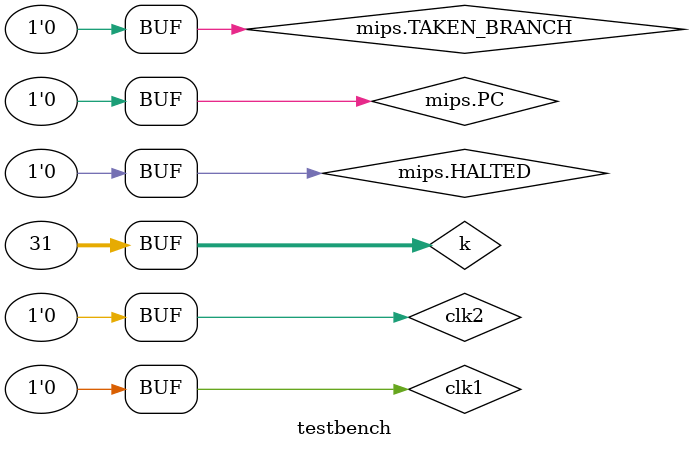
<source format=v>
module RISC_123(clk1,clk2);
 
 input clk1,clk2;
 
 
   reg [31:0] PC, IF_ID_IR, IF_ID_NPC;		
   reg [31:0] ID_EX_IR,  ID_EX_NPC, ID_EX_A, ID_EX_B, ID_EX_Imm;
	reg [2:0]  ID_EX_type, EX_MEM_type, MEM_WB_type;
	reg [31:0] EX_MEM_IR, EX_MEM_ALUOut, EX_MEM_B;
	reg 	   EX_MEM_cond;
	reg [31:0] MEM_WB_IR, MEM_WB_ALUOut, MEM_WB_LMD;
	reg [31:0] Reg [0:31];		//Register Bank
	reg [31:0] Mem [0:1023];	//1024 x 32 memory

	reg HALTED; 			//whenever hlt occure halted = 1
	reg TAKEN_BRANCH;		//Required to disable instructions after branch
	
	parameter 	
			ADD		= 6'b000000,
			SUB		= 6'b000001,
			AND		= 6'b000010,
			OR 		= 6'b000011,
			MUL		= 6'b000101,
			SLT		= 6'b000100,
			HTL		= 6'b111111,

			LW 		= 6'b001000,
			SW 		= 6'b001001,
			ADDI	= 6'b001010,
			SUBI	= 6'b001011,
			SLTI	= 6'b001100,
			BNEQZ	= 6'b001101,
			BEQZ	= 6'b001110,

			RR_ALU	= 3'b000,  //REG REG OPERATION
			RM_ALU	= 3'b001,  // REG MEM OPERATION
			LOAD	= 3'b010,
			STORE	= 3'b011,
			BRANCH	= 3'b100,
			HALT	= 3'b101;
			
		

    		
			
		always @(posedge clk1)  //INSTRUCTION FETCH (IF) CYCLE
		if (HALTED==0)
		begin
			if(((EX_MEM_IR[31:26]==BEQZ) && (EX_MEM_cond==1)) || ((EX_MEM_IR[31:26] == BNEQZ) && (EX_MEM_cond ==0)))	//cond = (A==0)
			begin
				IF_ID_IR	 	<=  Mem[EX_MEM_ALUOut];
				TAKEN_BRANCH  <= 1'b1;
			
				IF_ID_NPC	 	<=  EX_MEM_ALUOut +1;
				PC		 		<=  EX_MEM_ALUOut +1;
			end
			else begin
				IF_ID_IR	 <=  Mem[PC];
				IF_ID_NPC	 <=  PC +1;
				PC		 	 <=  PC +1;
				TAKEN_BRANCH  <= 1'b0;
		       	end	       
		end

		
	always @ (posedge clk2)     //INSTRUCTION DECODE(ID) CYCLE
		if (HALTED==0)
	    begin
			if (IF_ID_IR[25:21] == 5'b00000) 	
					ID_EX_A <= 0;
			else 
					ID_EX_A	<=  Reg[IF_ID_IR[25:21]];	//"rs"

			if (IF_ID_IR[20:16] == 5'b00000)
					ID_EX_B <= 0;
			else 	
					ID_EX_B	<=  Reg[IF_ID_IR[20:16]];	//"rt"

			ID_EX_NPC	<=  IF_ID_NPC;
			ID_EX_IR	<=  IF_ID_IR;
			ID_EX_Imm	<=  {{16{IF_ID_IR[15]}}, {IF_ID_IR[15:0]}};	//16 bit Immediate data 


			case (IF_ID_IR[31:26])
					ADD, SUB, AND, OR, SLT, MUL	: ID_EX_type <=  RR_ALU;
					ADDI, SUBI, SLTI	   	   	: ID_EX_type <=  RM_ALU;
					LW			    			: ID_EX_type <=  LOAD;
					SW			   				: ID_EX_type <=  STORE;
					BNEQZ, BEQZ					: ID_EX_type <=  BRANCH;
					HTL			    			: ID_EX_type <=  HALT;
					default						: ID_EX_type <=  HALT;
			endcase
		end


		

	always @ (posedge clk1)     //EXECUTION (EX) CYCLE
		if (HALTED==0)
		begin
			EX_MEM_type		<=  ID_EX_type;
			EX_MEM_IR		<=  ID_EX_IR;
		
			case (ID_EX_type)
				RR_ALU:	begin
					case (ID_EX_IR[31:26])	//opcode
							ADD: EX_MEM_ALUOut 		<=  ID_EX_A + ID_EX_B;
							SUB: EX_MEM_ALUOut 		<=  ID_EX_A - ID_EX_B;
							AND: EX_MEM_ALUOut 		<=  ID_EX_A & ID_EX_B;
							OR:  EX_MEM_ALUOut 		<=  ID_EX_A | ID_EX_B;
							SLT: EX_MEM_ALUOut 		<=  ID_EX_A < ID_EX_B;
							MUL: EX_MEM_ALUOut 		<=  ID_EX_A * ID_EX_B;
							default: EX_MEM_ALUOut 	<=  32'hxxxxxxxx;
					endcase
					end

				RM_ALU: begin
					case (ID_EX_IR[31:26])	//opcode
							ADDI: EX_MEM_ALUOut 	<=  ID_EX_A + ID_EX_Imm;
							SUBI: EX_MEM_ALUOut 	<=  ID_EX_A - ID_EX_Imm;
							SLTI: EX_MEM_ALUOut 	<=  ID_EX_A < ID_EX_Imm;
					        default: EX_MEM_ALUOut 	<=  32'hxxxxxxxx;
				    endcase
			       	end 


				LOAD, STORE: begin
						EX_MEM_ALUOut	<=  ID_EX_A + ID_EX_Imm;
						EX_MEM_B		<=  ID_EX_B;
					end

				BRANCH:	begin
					EX_MEM_ALUOut	<=  ID_EX_NPC + ID_EX_Imm;
					EX_MEM_cond		<=  (ID_EX_A == 0);
				end
			endcase
		end


	
	always @ (posedge clk2)   //MEMORY (MEM) CYCLE
		if (HALTED==0)
		begin
			MEM_WB_type	<=  EX_MEM_type;
			MEM_WB_IR	<=  EX_MEM_IR;
			
			case (EX_MEM_type)

				RR_ALU, RM_ALU:	MEM_WB_ALUOut	<=  EX_MEM_ALUOut;

				LOAD:			MEM_WB_LMD		<=  Mem[EX_MEM_ALUOut];

				STORE:	if (TAKEN_BRANCH==0)	//disable write
							Mem[EX_MEM_ALUOut]	<=  EX_MEM_B;
			endcase
		end


		

	always @ (posedge clk1)  //WRITE BACK (WB) CYCLE 
	begin
		if (TAKEN_BRANCH==0)
		begin
			case(MEM_WB_type)
				RR_ALU: Reg[MEM_WB_IR[15:11]]	<=  MEM_WB_ALUOut;	// "rd"
				RM_ALU: Reg[MEM_WB_IR[20:16]]   <=  MEM_WB_ALUOut;    // "rt"                             
				LOAD:	Reg[MEM_WB_IR[20:16]]   <=  MEM_WB_LMD;    // "rd"
				HALT:	HALTED					<=  1'b1;
			endcase
		end
	end

endmodule


module testbench;

    reg clk1, clk2;
    integer k;
    RISC_123 mips(clk1,clk2);
    
    initial begin
        clk1=0; clk2=0;
        repeat (50)
            begin
                #5 clk1=1; #5 clk1=0;
                #5 clk2=1; #5 clk2=0;
            end
    end
  
  
task task1(); 
    begin
     for (k=0; k<31; k=k+1)
	  begin
            mips.Reg[k]=k;          //initializing Regesters
      end
        
        
        mips.Mem[0]  = 32'h2801000A;     //  ADDI    R1, R0, 10   32'h2801000A
        mips.Mem[1]  = 32'h28020014;     //  ADDI    R2, R0, 20 
        mips.Mem[2]  = 32'h2803001E;     //  ADDI    R3, R0, 30 
        mips.Mem[3]  = 32'h0CE77800;     //  OR      R7, R7, R7 --- Dummy 
        mips.Mem[4]  = 32'h0CE77800;     //  OR      R7, R7, R7 --- Dummy 
        mips.Mem[5]  = 32'h00222000;     //  ADD     R4, R1, R2 
        mips.Mem[6]  = 32'h0CE77800;     //  OR      R7, R7, R7 --- Dummy 
        mips.Mem[7]  = 32'h0832800;    //  ADD     R5, R4, R3
        mips.Mem[8]  = 32'hFC000000;     //  HLT

        mips.PC      = 0;
        mips.HALTED  = 0;
        mips.TAKEN_BRANCH = 0;

      
     
    end
  endtask
  
  
  task task2();
    begin
      for (k=0; k<31; k=k+1) begin
            mips.Reg[k]=k;          //initializing Regesters  
       end
       
        mips.Mem[0]  = 32'h28010078;     //  ADDI    R1, R0, 120
        mips.Mem[1]  = 32'h0c631800;     //  OR      R3, R3, R3 --- Dummy 00001100011000110001100000000000
        mips.Mem[2]  = 32'h20220000;     //  LW      R2, 0(R1)        
        mips.Mem[3]  = 32'h0c631800;     //  OR      R3, R3, R3 --- Dummy 
        mips.Mem[4]  = 32'h2842002d;     //  ADDI    R2, R2, 45
        mips.Mem[5]  = 32'h0c631800;     //  OR      R3, R3, R3 --- Dummy 
        mips.Mem[6]  = 32'h24220001;     //  SW      R2, 1(R1)  
        mips.Mem[7]  = 32'hfc000000;     //  HLT

        mips.Mem[120]= 85;
        mips.PC      = 0;
        mips.HALTED  = 0;
        mips.TAKEN_BRANCH = 0;

       
      
      
    end
  endtask
  
  
  task task3();
    begin
      
     for (k=0; k<31; k=k+1) begin
            mips.Reg[k]=k;          //initializing Regesters
        end
       
      mips.Mem[0]  = 32'h280A00C8;     //  ADDI    R10, R0, 200
      mips.Mem[1]  = 32'h28020001;     //  ADDI    R2, R0, 1 0010 1000 0000 0010 0000 0000 0000 0001
      mips.Mem[2]  = 32'h0E94A000;     //  OR      R20, R20, R20 --- Dummy
      mips.Mem[3]  = 32'h21430000;     //  LW      R3, 0(R10)
      mips.Mem[4]  = 32'h0E94A000;     //  OR      R20, R20, R20 --- Dummy
      mips.Mem[5]  = 32'h14431000;     //  LOOP : MUL    R2, R2, R3 
      mips.Mem[6]  = 32'h2C630001;     //  SUBI    R3, R3, 1  
      mips.Mem[7]  = 32'h0E94A000;     //  OR      R20, R20, R20 --- Dummy
      mips.Mem[8]  = 32'h3460FFFC;     //  BNEQZ   R3,LOOP
      mips.Mem[9]  = 32'h2542FFFE;     //  SW      R2,-2(R10)  
      mips.Mem[10] = 32'hFC000000;    //  HLT

      mips.Mem[200]= 7;
        mips.PC      = 0;
        mips.HALTED  = 0;
        mips.TAKEN_BRANCH = 0;
      
     
      
    end
  endtask
initial 
      begin
        task1;
       
       //task2;
        
        //task3;
      end  
  endmodule

</source>
